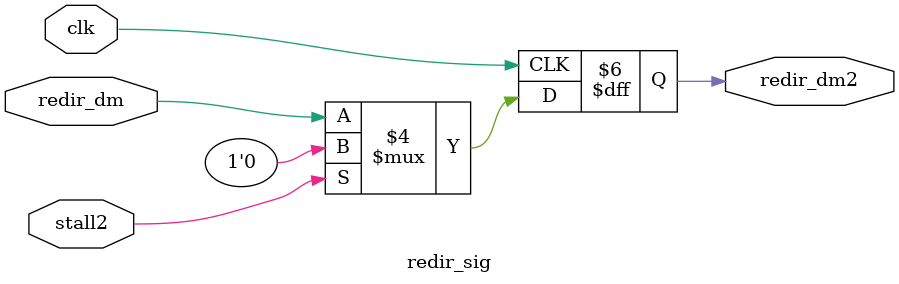
<source format=v>
`timescale 1ns / 1ps


module redir_sig(
input clk,stall2,
input redir_dm,
output reg redir_dm2
    );
    always@(posedge clk)
    begin
        if(stall2==1) redir_dm2 <= 0;
        else begin
            redir_dm2 = redir_dm;
        end
    end
    
    
endmodule

</source>
